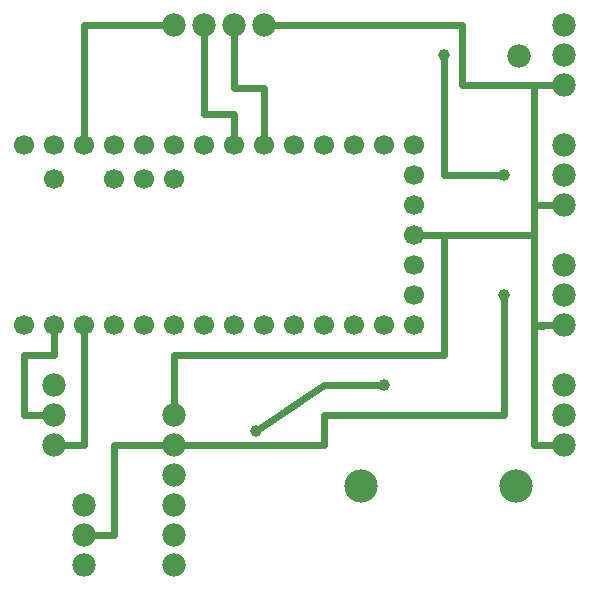
<source format=gbl>
G04 MADE WITH FRITZING*
G04 WWW.FRITZING.ORG*
G04 DOUBLE SIDED*
G04 HOLES PLATED*
G04 CONTOUR ON CENTER OF CONTOUR VECTOR*
%ASAXBY*%
%FSLAX23Y23*%
%MOIN*%
%OFA0B0*%
%SFA1.0B1.0*%
%ADD10C,0.066889*%
%ADD11C,0.078000*%
%ADD12C,0.111000*%
%ADD13C,0.039370*%
%ADD14C,0.024000*%
%LNCOPPER0*%
G90*
G70*
G54D10*
X1422Y1500D03*
X1322Y1500D03*
X1222Y1500D03*
X1122Y1500D03*
X1022Y1500D03*
X922Y1500D03*
X822Y1500D03*
X722Y1500D03*
X622Y1500D03*
X522Y1500D03*
X422Y1500D03*
X322Y1500D03*
X222Y1500D03*
X122Y1500D03*
X222Y1386D03*
X522Y1386D03*
X422Y1386D03*
X1422Y900D03*
X1322Y900D03*
X1222Y900D03*
X1122Y900D03*
X1022Y900D03*
X922Y900D03*
X822Y900D03*
X722Y900D03*
X622Y900D03*
X522Y900D03*
X422Y900D03*
X322Y900D03*
X222Y900D03*
X122Y900D03*
X622Y1386D03*
X1422Y1100D03*
X1422Y1000D03*
X1422Y1200D03*
X1422Y1400D03*
X1422Y1300D03*
G54D11*
X622Y1900D03*
X722Y1900D03*
X822Y1900D03*
X922Y1900D03*
X1922Y700D03*
X1922Y600D03*
X1922Y500D03*
X1922Y1100D03*
X1922Y1000D03*
X1922Y900D03*
X1922Y1500D03*
X1922Y1400D03*
X1922Y1300D03*
X1922Y1900D03*
X1922Y1800D03*
X1922Y1700D03*
G54D12*
X1763Y364D03*
X1246Y364D03*
G54D11*
X222Y700D03*
X222Y600D03*
X222Y500D03*
X322Y300D03*
X322Y200D03*
X322Y100D03*
X622Y600D03*
X622Y500D03*
X622Y400D03*
X622Y300D03*
X622Y200D03*
X622Y100D03*
G54D13*
X1722Y1000D03*
X1322Y700D03*
X894Y547D03*
X1722Y1400D03*
X1522Y1800D03*
G54D11*
X1772Y1797D03*
G54D14*
X1822Y1700D02*
X1822Y1200D01*
D02*
X1822Y1200D02*
X1453Y1200D01*
D02*
X1892Y1700D02*
X1822Y1700D01*
D02*
X1822Y1300D02*
X1892Y1300D01*
D02*
X1822Y1200D02*
X1822Y1300D01*
D02*
X1453Y1200D02*
X1822Y1200D01*
D02*
X1822Y899D02*
X1822Y1200D01*
D02*
X1822Y1200D02*
X1453Y1200D01*
D02*
X1892Y900D02*
X1822Y899D01*
D02*
X1822Y501D02*
X1822Y1200D01*
D02*
X1892Y500D02*
X1822Y501D01*
D02*
X1822Y1200D02*
X1453Y1200D01*
D02*
X652Y500D02*
X1122Y500D01*
D02*
X1122Y500D02*
X1122Y600D01*
D02*
X1722Y600D02*
X1722Y981D01*
D02*
X1122Y600D02*
X1722Y600D01*
D02*
X422Y200D02*
X422Y500D01*
D02*
X422Y500D02*
X592Y500D01*
D02*
X352Y200D02*
X422Y200D01*
D02*
X122Y600D02*
X122Y800D01*
D02*
X122Y800D02*
X222Y800D01*
D02*
X222Y800D02*
X222Y869D01*
D02*
X192Y600D02*
X122Y600D01*
D02*
X322Y500D02*
X322Y869D01*
D02*
X252Y500D02*
X322Y500D01*
D02*
X1522Y800D02*
X622Y800D01*
D02*
X1822Y900D02*
X1822Y1200D01*
D02*
X622Y800D02*
X622Y630D01*
D02*
X1892Y900D02*
X1822Y900D01*
D02*
X1822Y1200D02*
X1522Y1200D01*
D02*
X1522Y1200D02*
X1522Y800D01*
D02*
X910Y558D02*
X1122Y700D01*
D02*
X1122Y700D02*
X1303Y700D01*
D02*
X322Y1900D02*
X322Y1531D01*
D02*
X592Y1900D02*
X322Y1900D01*
D02*
X1583Y1900D02*
X1583Y1700D01*
D02*
X1583Y1700D02*
X1892Y1700D01*
D02*
X952Y1900D02*
X1583Y1900D01*
D02*
X722Y1603D02*
X822Y1603D01*
D02*
X722Y1870D02*
X722Y1603D01*
D02*
X822Y1603D02*
X822Y1531D01*
D02*
X922Y1692D02*
X922Y1531D01*
D02*
X822Y1692D02*
X922Y1692D01*
D02*
X822Y1870D02*
X822Y1692D01*
D02*
X1703Y1400D02*
X1522Y1400D01*
D02*
X1522Y1400D02*
X1522Y1781D01*
G04 End of Copper0*
M02*
</source>
